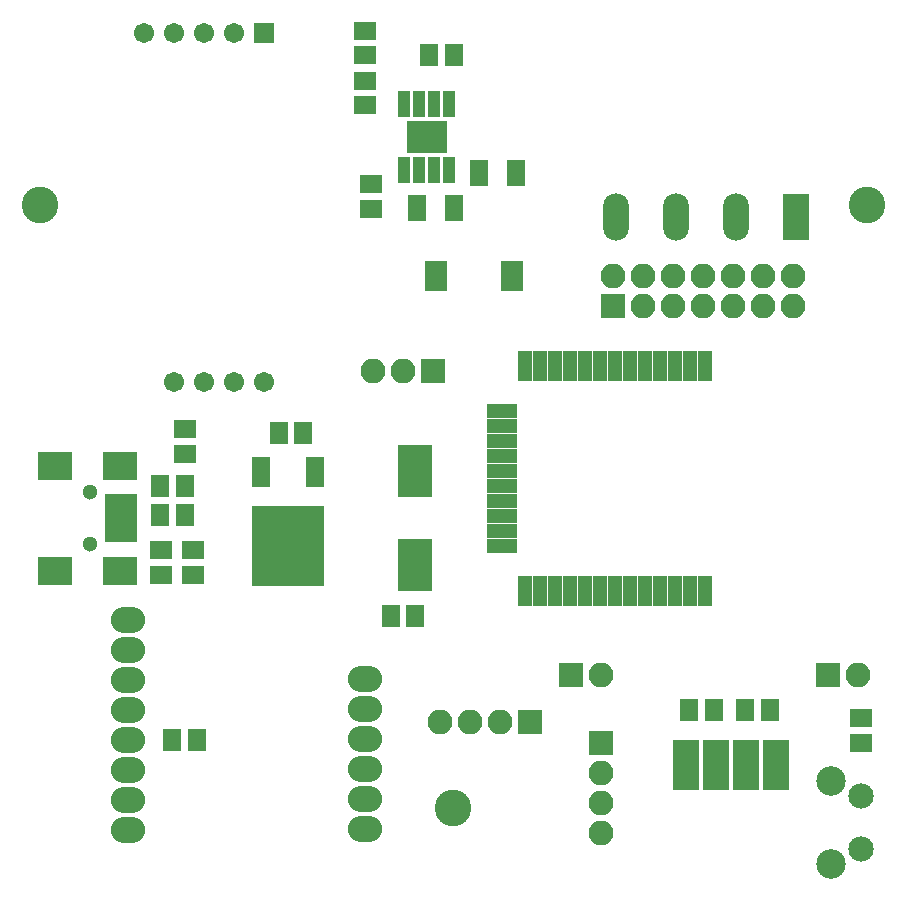
<source format=gts>
G04 #@! TF.GenerationSoftware,KiCad,Pcbnew,5.0.0-rc1-44a33f2~62~ubuntu16.04.1*
G04 #@! TF.CreationDate,2018-04-01T18:26:25+03:00*
G04 #@! TF.ProjectId,ParaboxAirQuality,50617261626F784169725175616C6974,rev?*
G04 #@! TF.SameCoordinates,Original*
G04 #@! TF.FileFunction,Soldermask,Top*
G04 #@! TF.FilePolarity,Negative*
%FSLAX46Y46*%
G04 Gerber Fmt 4.6, Leading zero omitted, Abs format (unit mm)*
G04 Created by KiCad (PCBNEW 5.0.0-rc1-44a33f2~62~ubuntu16.04.1) date Sun Apr  1 18:26:25 2018*
%MOMM*%
%LPD*%
G01*
G04 APERTURE LIST*
%ADD10R,1.705560X1.705560*%
%ADD11C,1.705560*%
%ADD12C,3.100000*%
%ADD13R,1.900000X1.545000*%
%ADD14R,1.645000X2.200000*%
%ADD15R,1.545000X1.900000*%
%ADD16R,2.900000X4.400000*%
%ADD17R,2.700000X0.900000*%
%ADD18R,2.900000X2.400000*%
%ADD19C,1.300000*%
%ADD20R,2.200000X4.000000*%
%ADD21O,2.200000X4.000000*%
%ADD22R,2.100000X2.100000*%
%ADD23O,2.100000X2.100000*%
%ADD24R,1.900000X2.600000*%
%ADD25R,1.212800X2.581860*%
%ADD26R,2.581860X1.212800*%
%ADD27R,2.178000X4.210000*%
%ADD28O,2.900000X2.200000*%
%ADD29C,2.500000*%
%ADD30C,2.150000*%
%ADD31R,1.010000X2.310000*%
%ADD32R,1.950000X1.605000*%
%ADD33R,1.600000X2.600000*%
%ADD34R,6.200000X6.800000*%
G04 APERTURE END LIST*
D10*
X71500000Y-52409000D03*
D11*
X68960000Y-52409000D03*
X66420000Y-52409000D03*
X63880000Y-52409000D03*
X61340000Y-52409000D03*
X71500000Y-82000000D03*
X68960000Y-82000000D03*
X66420000Y-82000000D03*
X63880000Y-82000000D03*
D12*
X52500000Y-67000000D03*
X122500000Y-67000000D03*
X87500000Y-118000000D03*
D13*
X80500000Y-65207500D03*
X80500000Y-67292500D03*
D14*
X84407500Y-67250000D03*
X87592500Y-67250000D03*
X89657500Y-64250000D03*
X92842500Y-64250000D03*
D13*
X65500000Y-96207500D03*
X65500000Y-98292500D03*
X64750000Y-85957500D03*
X64750000Y-88042500D03*
D15*
X72707500Y-86250000D03*
X74792500Y-86250000D03*
X84292500Y-101750000D03*
X82207500Y-101750000D03*
D16*
X84250000Y-97500000D03*
X84250000Y-89500000D03*
D17*
X59350000Y-91900000D03*
X59350000Y-92700000D03*
X59350000Y-93500000D03*
X59350000Y-94300000D03*
X59350000Y-95100000D03*
D18*
X59250000Y-89050000D03*
X53750000Y-89050000D03*
X59250000Y-97950000D03*
X53750000Y-97950000D03*
D19*
X56750000Y-91300000D03*
X56750000Y-95700000D03*
D20*
X116500000Y-68000000D03*
D21*
X111420000Y-68000000D03*
X106340000Y-68000000D03*
X101260000Y-68000000D03*
D22*
X94000000Y-110750000D03*
D23*
X91460000Y-110750000D03*
X88920000Y-110750000D03*
X86380000Y-110750000D03*
D22*
X85750000Y-81000000D03*
D23*
X83210000Y-81000000D03*
X80670000Y-81000000D03*
X100040000Y-106750000D03*
D22*
X97500000Y-106750000D03*
D23*
X100000000Y-120120000D03*
X100000000Y-117580000D03*
X100000000Y-115040000D03*
D22*
X100000000Y-112500000D03*
X119250000Y-106750000D03*
D23*
X121790000Y-106750000D03*
D22*
X101000000Y-75500000D03*
D23*
X101000000Y-72960000D03*
X103540000Y-75500000D03*
X103540000Y-72960000D03*
X106080000Y-75500000D03*
X106080000Y-72960000D03*
X108620000Y-75500000D03*
X108620000Y-72960000D03*
X111160000Y-75500000D03*
X111160000Y-72960000D03*
X113700000Y-75500000D03*
X113700000Y-72960000D03*
X116240000Y-75500000D03*
X116240000Y-72960000D03*
D24*
X86050000Y-73000000D03*
X92450000Y-73000000D03*
D25*
X108770000Y-80610000D03*
X107500000Y-80610000D03*
X106230000Y-80610000D03*
X104960000Y-80610000D03*
X103690000Y-80610000D03*
X102420000Y-80610000D03*
X101150000Y-80610000D03*
X99880000Y-80610000D03*
X98610000Y-80610000D03*
X97340000Y-80610000D03*
X96070000Y-80610000D03*
X94800000Y-80610000D03*
X93530000Y-80610000D03*
D26*
X91625000Y-84420000D03*
X91625000Y-85690000D03*
X91625000Y-86960000D03*
X91625000Y-88230000D03*
X91625000Y-89500000D03*
X91625000Y-90770000D03*
X91625000Y-92040000D03*
X91625000Y-93310000D03*
X91625000Y-94580000D03*
X91625000Y-95850000D03*
D25*
X93530000Y-99660000D03*
X94800000Y-99660000D03*
X96070000Y-99660000D03*
X97340000Y-99660000D03*
X98610000Y-99660000D03*
X99880000Y-99660000D03*
X101150000Y-99660000D03*
X102420000Y-99660000D03*
X103690000Y-99660000D03*
X104960000Y-99660000D03*
X106230000Y-99660000D03*
X107500000Y-99660000D03*
X108770000Y-99660000D03*
D15*
X87542500Y-54250000D03*
X85457500Y-54250000D03*
D13*
X80000000Y-54292500D03*
X80000000Y-52207500D03*
X80000000Y-58542500D03*
X80000000Y-56457500D03*
X62750000Y-96207500D03*
X62750000Y-98292500D03*
D15*
X64792500Y-93250000D03*
X62707500Y-93250000D03*
X62707500Y-90750000D03*
X64792500Y-90750000D03*
X107457500Y-109750000D03*
X109542500Y-109750000D03*
X112207500Y-109750000D03*
X114292500Y-109750000D03*
X65792500Y-112250000D03*
X63707500Y-112250000D03*
D13*
X122000000Y-112542500D03*
X122000000Y-110457500D03*
D27*
X114810000Y-114420000D03*
X112270000Y-114420000D03*
X109730000Y-114420000D03*
X107190000Y-114420000D03*
D28*
X60000000Y-102110000D03*
X60000000Y-104650000D03*
X60000000Y-107190000D03*
X60000000Y-109730000D03*
X60000000Y-112270000D03*
X60000000Y-114810000D03*
X60000000Y-117350000D03*
X60000000Y-119890000D03*
X80000000Y-119850000D03*
X80000000Y-117310000D03*
X80000000Y-114770000D03*
X80000000Y-112230000D03*
X80000000Y-109690000D03*
X80000000Y-107150000D03*
D29*
X119510000Y-122760000D03*
D30*
X122000000Y-121500000D03*
X122000000Y-117000000D03*
D29*
X119510000Y-115750000D03*
D31*
X87155000Y-58470000D03*
X85885000Y-58470000D03*
X84615000Y-58470000D03*
X83345000Y-58470000D03*
X83345000Y-64030000D03*
X84615000Y-64030000D03*
X85885000Y-64030000D03*
X87155000Y-64030000D03*
D32*
X84475000Y-61852500D03*
X86025000Y-61852500D03*
X84475000Y-60647500D03*
X86025000Y-60647500D03*
D33*
X75780000Y-89550000D03*
X71220000Y-89550000D03*
D34*
X73500000Y-95850000D03*
M02*

</source>
